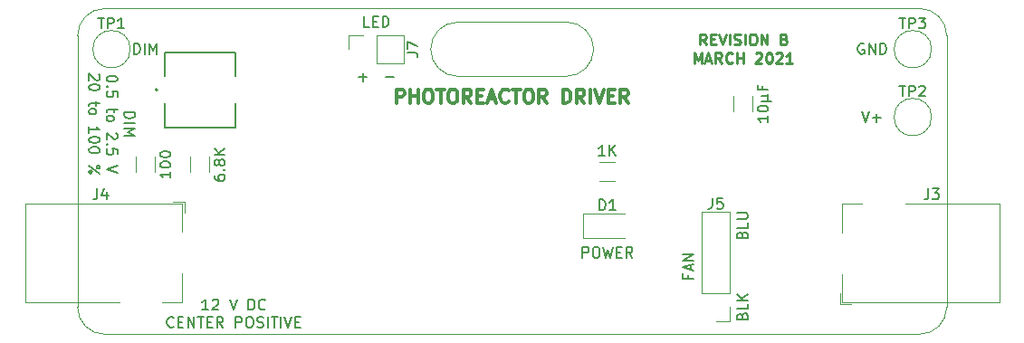
<source format=gbr>
%TF.GenerationSoftware,KiCad,Pcbnew,5.1.8+dfsg1-1+b1*%
%TF.CreationDate,2021-04-24T17:27:20-05:00*%
%TF.ProjectId,driver,64726976-6572-42e6-9b69-6361645f7063,B*%
%TF.SameCoordinates,Original*%
%TF.FileFunction,Legend,Top*%
%TF.FilePolarity,Positive*%
%FSLAX46Y46*%
G04 Gerber Fmt 4.6, Leading zero omitted, Abs format (unit mm)*
G04 Created by KiCad (PCBNEW 5.1.8+dfsg1-1+b1) date 2021-04-24 17:27:20*
%MOMM*%
%LPD*%
G01*
G04 APERTURE LIST*
%ADD10C,0.158750*%
%ADD11C,0.150000*%
%ADD12C,0.317500*%
%TA.AperFunction,Profile*%
%ADD13C,0.100000*%
%TD*%
%ADD14C,0.250000*%
%ADD15C,0.120000*%
%ADD16C,0.127000*%
%ADD17C,0.200000*%
G04 APERTURE END LIST*
D10*
X150947380Y-88772857D02*
X150947380Y-89344285D01*
X150947380Y-89058571D02*
X149947380Y-89058571D01*
X150090238Y-89153809D01*
X150185476Y-89249047D01*
X150233095Y-89344285D01*
X149947380Y-88153809D02*
X149947380Y-88058571D01*
X149995000Y-87963333D01*
X150042619Y-87915714D01*
X150137857Y-87868095D01*
X150328333Y-87820476D01*
X150566428Y-87820476D01*
X150756904Y-87868095D01*
X150852142Y-87915714D01*
X150899761Y-87963333D01*
X150947380Y-88058571D01*
X150947380Y-88153809D01*
X150899761Y-88249047D01*
X150852142Y-88296666D01*
X150756904Y-88344285D01*
X150566428Y-88391904D01*
X150328333Y-88391904D01*
X150137857Y-88344285D01*
X150042619Y-88296666D01*
X149995000Y-88249047D01*
X149947380Y-88153809D01*
X150280714Y-87391904D02*
X151280714Y-87391904D01*
X150804523Y-86915714D02*
X150899761Y-86868095D01*
X150947380Y-86772857D01*
X150804523Y-87391904D02*
X150899761Y-87344285D01*
X150947380Y-87249047D01*
X150947380Y-87058571D01*
X150899761Y-86963333D01*
X150804523Y-86915714D01*
X150280714Y-86915714D01*
X150423571Y-86010952D02*
X150423571Y-86344285D01*
X150947380Y-86344285D02*
X149947380Y-86344285D01*
X149947380Y-85868095D01*
X135675714Y-92527380D02*
X135104285Y-92527380D01*
X135390000Y-92527380D02*
X135390000Y-91527380D01*
X135294761Y-91670238D01*
X135199523Y-91765476D01*
X135104285Y-91813095D01*
X136104285Y-92527380D02*
X136104285Y-91527380D01*
X136675714Y-92527380D02*
X136247142Y-91955952D01*
X136675714Y-91527380D02*
X136104285Y-92098809D01*
X99147380Y-94368809D02*
X99147380Y-94559285D01*
X99195000Y-94654523D01*
X99242619Y-94702142D01*
X99385476Y-94797380D01*
X99575952Y-94845000D01*
X99956904Y-94845000D01*
X100052142Y-94797380D01*
X100099761Y-94749761D01*
X100147380Y-94654523D01*
X100147380Y-94464047D01*
X100099761Y-94368809D01*
X100052142Y-94321190D01*
X99956904Y-94273571D01*
X99718809Y-94273571D01*
X99623571Y-94321190D01*
X99575952Y-94368809D01*
X99528333Y-94464047D01*
X99528333Y-94654523D01*
X99575952Y-94749761D01*
X99623571Y-94797380D01*
X99718809Y-94845000D01*
X100052142Y-93845000D02*
X100099761Y-93797380D01*
X100147380Y-93845000D01*
X100099761Y-93892619D01*
X100052142Y-93845000D01*
X100147380Y-93845000D01*
X99575952Y-93225952D02*
X99528333Y-93321190D01*
X99480714Y-93368809D01*
X99385476Y-93416428D01*
X99337857Y-93416428D01*
X99242619Y-93368809D01*
X99195000Y-93321190D01*
X99147380Y-93225952D01*
X99147380Y-93035476D01*
X99195000Y-92940238D01*
X99242619Y-92892619D01*
X99337857Y-92845000D01*
X99385476Y-92845000D01*
X99480714Y-92892619D01*
X99528333Y-92940238D01*
X99575952Y-93035476D01*
X99575952Y-93225952D01*
X99623571Y-93321190D01*
X99671190Y-93368809D01*
X99766428Y-93416428D01*
X99956904Y-93416428D01*
X100052142Y-93368809D01*
X100099761Y-93321190D01*
X100147380Y-93225952D01*
X100147380Y-93035476D01*
X100099761Y-92940238D01*
X100052142Y-92892619D01*
X99956904Y-92845000D01*
X99766428Y-92845000D01*
X99671190Y-92892619D01*
X99623571Y-92940238D01*
X99575952Y-93035476D01*
X100147380Y-92416428D02*
X99147380Y-92416428D01*
X100147380Y-91845000D02*
X99575952Y-92273571D01*
X99147380Y-91845000D02*
X99718809Y-92416428D01*
X95067380Y-94011666D02*
X95067380Y-94583095D01*
X95067380Y-94297380D02*
X94067380Y-94297380D01*
X94210238Y-94392619D01*
X94305476Y-94487857D01*
X94353095Y-94583095D01*
X94067380Y-93392619D02*
X94067380Y-93297380D01*
X94115000Y-93202142D01*
X94162619Y-93154523D01*
X94257857Y-93106904D01*
X94448333Y-93059285D01*
X94686428Y-93059285D01*
X94876904Y-93106904D01*
X94972142Y-93154523D01*
X95019761Y-93202142D01*
X95067380Y-93297380D01*
X95067380Y-93392619D01*
X95019761Y-93487857D01*
X94972142Y-93535476D01*
X94876904Y-93583095D01*
X94686428Y-93630714D01*
X94448333Y-93630714D01*
X94257857Y-93583095D01*
X94162619Y-93535476D01*
X94115000Y-93487857D01*
X94067380Y-93392619D01*
X94067380Y-92440238D02*
X94067380Y-92345000D01*
X94115000Y-92249761D01*
X94162619Y-92202142D01*
X94257857Y-92154523D01*
X94448333Y-92106904D01*
X94686428Y-92106904D01*
X94876904Y-92154523D01*
X94972142Y-92202142D01*
X95019761Y-92249761D01*
X95067380Y-92345000D01*
X95067380Y-92440238D01*
X95019761Y-92535476D01*
X94972142Y-92583095D01*
X94876904Y-92630714D01*
X94686428Y-92678333D01*
X94448333Y-92678333D01*
X94257857Y-92630714D01*
X94162619Y-92583095D01*
X94115000Y-92535476D01*
X94067380Y-92440238D01*
D11*
X148518571Y-99917142D02*
X148566190Y-99774285D01*
X148613809Y-99726666D01*
X148709047Y-99679047D01*
X148851904Y-99679047D01*
X148947142Y-99726666D01*
X148994761Y-99774285D01*
X149042380Y-99869523D01*
X149042380Y-100250476D01*
X148042380Y-100250476D01*
X148042380Y-99917142D01*
X148090000Y-99821904D01*
X148137619Y-99774285D01*
X148232857Y-99726666D01*
X148328095Y-99726666D01*
X148423333Y-99774285D01*
X148470952Y-99821904D01*
X148518571Y-99917142D01*
X148518571Y-100250476D01*
X149042380Y-98774285D02*
X149042380Y-99250476D01*
X148042380Y-99250476D01*
X148042380Y-98440952D02*
X148851904Y-98440952D01*
X148947142Y-98393333D01*
X148994761Y-98345714D01*
X149042380Y-98250476D01*
X149042380Y-98060000D01*
X148994761Y-97964761D01*
X148947142Y-97917142D01*
X148851904Y-97869523D01*
X148042380Y-97869523D01*
X90732619Y-88463571D02*
X91732619Y-88463571D01*
X91732619Y-88701666D01*
X91685000Y-88844523D01*
X91589761Y-88939761D01*
X91494523Y-88987380D01*
X91304047Y-89035000D01*
X91161190Y-89035000D01*
X90970714Y-88987380D01*
X90875476Y-88939761D01*
X90780238Y-88844523D01*
X90732619Y-88701666D01*
X90732619Y-88463571D01*
X90732619Y-89463571D02*
X91732619Y-89463571D01*
X90732619Y-89939761D02*
X91732619Y-89939761D01*
X91018333Y-90273095D01*
X91732619Y-90606428D01*
X90732619Y-90606428D01*
X90082619Y-85273095D02*
X90082619Y-85368333D01*
X90035000Y-85463571D01*
X89987380Y-85511190D01*
X89892142Y-85558809D01*
X89701666Y-85606428D01*
X89463571Y-85606428D01*
X89273095Y-85558809D01*
X89177857Y-85511190D01*
X89130238Y-85463571D01*
X89082619Y-85368333D01*
X89082619Y-85273095D01*
X89130238Y-85177857D01*
X89177857Y-85130238D01*
X89273095Y-85082619D01*
X89463571Y-85035000D01*
X89701666Y-85035000D01*
X89892142Y-85082619D01*
X89987380Y-85130238D01*
X90035000Y-85177857D01*
X90082619Y-85273095D01*
X89177857Y-86035000D02*
X89130238Y-86082619D01*
X89082619Y-86035000D01*
X89130238Y-85987380D01*
X89177857Y-86035000D01*
X89082619Y-86035000D01*
X90082619Y-86987380D02*
X90082619Y-86511190D01*
X89606428Y-86463571D01*
X89654047Y-86511190D01*
X89701666Y-86606428D01*
X89701666Y-86844523D01*
X89654047Y-86939761D01*
X89606428Y-86987380D01*
X89511190Y-87035000D01*
X89273095Y-87035000D01*
X89177857Y-86987380D01*
X89130238Y-86939761D01*
X89082619Y-86844523D01*
X89082619Y-86606428D01*
X89130238Y-86511190D01*
X89177857Y-86463571D01*
X89749285Y-88082619D02*
X89749285Y-88463571D01*
X90082619Y-88225476D02*
X89225476Y-88225476D01*
X89130238Y-88273095D01*
X89082619Y-88368333D01*
X89082619Y-88463571D01*
X89082619Y-88939761D02*
X89130238Y-88844523D01*
X89177857Y-88796904D01*
X89273095Y-88749285D01*
X89558809Y-88749285D01*
X89654047Y-88796904D01*
X89701666Y-88844523D01*
X89749285Y-88939761D01*
X89749285Y-89082619D01*
X89701666Y-89177857D01*
X89654047Y-89225476D01*
X89558809Y-89273095D01*
X89273095Y-89273095D01*
X89177857Y-89225476D01*
X89130238Y-89177857D01*
X89082619Y-89082619D01*
X89082619Y-88939761D01*
X89987380Y-90415952D02*
X90035000Y-90463571D01*
X90082619Y-90558809D01*
X90082619Y-90796904D01*
X90035000Y-90892142D01*
X89987380Y-90939761D01*
X89892142Y-90987380D01*
X89796904Y-90987380D01*
X89654047Y-90939761D01*
X89082619Y-90368333D01*
X89082619Y-90987380D01*
X89177857Y-91415952D02*
X89130238Y-91463571D01*
X89082619Y-91415952D01*
X89130238Y-91368333D01*
X89177857Y-91415952D01*
X89082619Y-91415952D01*
X90082619Y-92368333D02*
X90082619Y-91892142D01*
X89606428Y-91844523D01*
X89654047Y-91892142D01*
X89701666Y-91987380D01*
X89701666Y-92225476D01*
X89654047Y-92320714D01*
X89606428Y-92368333D01*
X89511190Y-92415952D01*
X89273095Y-92415952D01*
X89177857Y-92368333D01*
X89130238Y-92320714D01*
X89082619Y-92225476D01*
X89082619Y-91987380D01*
X89130238Y-91892142D01*
X89177857Y-91844523D01*
X90082619Y-93463571D02*
X89082619Y-93796904D01*
X90082619Y-94130238D01*
X88337380Y-84892142D02*
X88385000Y-84939761D01*
X88432619Y-85035000D01*
X88432619Y-85273095D01*
X88385000Y-85368333D01*
X88337380Y-85415952D01*
X88242142Y-85463571D01*
X88146904Y-85463571D01*
X88004047Y-85415952D01*
X87432619Y-84844523D01*
X87432619Y-85463571D01*
X88432619Y-86082619D02*
X88432619Y-86177857D01*
X88385000Y-86273095D01*
X88337380Y-86320714D01*
X88242142Y-86368333D01*
X88051666Y-86415952D01*
X87813571Y-86415952D01*
X87623095Y-86368333D01*
X87527857Y-86320714D01*
X87480238Y-86273095D01*
X87432619Y-86177857D01*
X87432619Y-86082619D01*
X87480238Y-85987380D01*
X87527857Y-85939761D01*
X87623095Y-85892142D01*
X87813571Y-85844523D01*
X88051666Y-85844523D01*
X88242142Y-85892142D01*
X88337380Y-85939761D01*
X88385000Y-85987380D01*
X88432619Y-86082619D01*
X88099285Y-87463571D02*
X88099285Y-87844523D01*
X88432619Y-87606428D02*
X87575476Y-87606428D01*
X87480238Y-87654047D01*
X87432619Y-87749285D01*
X87432619Y-87844523D01*
X87432619Y-88320714D02*
X87480238Y-88225476D01*
X87527857Y-88177857D01*
X87623095Y-88130238D01*
X87908809Y-88130238D01*
X88004047Y-88177857D01*
X88051666Y-88225476D01*
X88099285Y-88320714D01*
X88099285Y-88463571D01*
X88051666Y-88558809D01*
X88004047Y-88606428D01*
X87908809Y-88654047D01*
X87623095Y-88654047D01*
X87527857Y-88606428D01*
X87480238Y-88558809D01*
X87432619Y-88463571D01*
X87432619Y-88320714D01*
X87432619Y-90368333D02*
X87432619Y-89796904D01*
X87432619Y-90082619D02*
X88432619Y-90082619D01*
X88289761Y-89987380D01*
X88194523Y-89892142D01*
X88146904Y-89796904D01*
X88432619Y-90987380D02*
X88432619Y-91082619D01*
X88385000Y-91177857D01*
X88337380Y-91225476D01*
X88242142Y-91273095D01*
X88051666Y-91320714D01*
X87813571Y-91320714D01*
X87623095Y-91273095D01*
X87527857Y-91225476D01*
X87480238Y-91177857D01*
X87432619Y-91082619D01*
X87432619Y-90987380D01*
X87480238Y-90892142D01*
X87527857Y-90844523D01*
X87623095Y-90796904D01*
X87813571Y-90749285D01*
X88051666Y-90749285D01*
X88242142Y-90796904D01*
X88337380Y-90844523D01*
X88385000Y-90892142D01*
X88432619Y-90987380D01*
X88432619Y-91939761D02*
X88432619Y-92035000D01*
X88385000Y-92130238D01*
X88337380Y-92177857D01*
X88242142Y-92225476D01*
X88051666Y-92273095D01*
X87813571Y-92273095D01*
X87623095Y-92225476D01*
X87527857Y-92177857D01*
X87480238Y-92130238D01*
X87432619Y-92035000D01*
X87432619Y-91939761D01*
X87480238Y-91844523D01*
X87527857Y-91796904D01*
X87623095Y-91749285D01*
X87813571Y-91701666D01*
X88051666Y-91701666D01*
X88242142Y-91749285D01*
X88337380Y-91796904D01*
X88385000Y-91844523D01*
X88432619Y-91939761D01*
X87432619Y-93415952D02*
X88432619Y-94177857D01*
X88432619Y-93558809D02*
X88385000Y-93654047D01*
X88289761Y-93701666D01*
X88194523Y-93654047D01*
X88146904Y-93558809D01*
X88194523Y-93463571D01*
X88289761Y-93415952D01*
X88385000Y-93463571D01*
X88432619Y-93558809D01*
X87480238Y-94130238D02*
X87575476Y-94177857D01*
X87670714Y-94130238D01*
X87718333Y-94035000D01*
X87670714Y-93939761D01*
X87575476Y-93892142D01*
X87480238Y-93939761D01*
X87432619Y-94035000D01*
X87480238Y-94130238D01*
X91638571Y-83002380D02*
X91638571Y-82002380D01*
X91876666Y-82002380D01*
X92019523Y-82050000D01*
X92114761Y-82145238D01*
X92162380Y-82240476D01*
X92210000Y-82430952D01*
X92210000Y-82573809D01*
X92162380Y-82764285D01*
X92114761Y-82859523D01*
X92019523Y-82954761D01*
X91876666Y-83002380D01*
X91638571Y-83002380D01*
X92638571Y-83002380D02*
X92638571Y-82002380D01*
X93114761Y-83002380D02*
X93114761Y-82002380D01*
X93448095Y-82716666D01*
X93781428Y-82002380D01*
X93781428Y-83002380D01*
X159702619Y-88352380D02*
X160035952Y-89352380D01*
X160369285Y-88352380D01*
X160702619Y-88971428D02*
X161464523Y-88971428D01*
X161083571Y-89352380D02*
X161083571Y-88590476D01*
X159893095Y-82050000D02*
X159797857Y-82002380D01*
X159655000Y-82002380D01*
X159512142Y-82050000D01*
X159416904Y-82145238D01*
X159369285Y-82240476D01*
X159321666Y-82430952D01*
X159321666Y-82573809D01*
X159369285Y-82764285D01*
X159416904Y-82859523D01*
X159512142Y-82954761D01*
X159655000Y-83002380D01*
X159750238Y-83002380D01*
X159893095Y-82954761D01*
X159940714Y-82907142D01*
X159940714Y-82573809D01*
X159750238Y-82573809D01*
X160369285Y-83002380D02*
X160369285Y-82002380D01*
X160940714Y-83002380D01*
X160940714Y-82002380D01*
X161416904Y-83002380D02*
X161416904Y-82002380D01*
X161655000Y-82002380D01*
X161797857Y-82050000D01*
X161893095Y-82145238D01*
X161940714Y-82240476D01*
X161988333Y-82430952D01*
X161988333Y-82573809D01*
X161940714Y-82764285D01*
X161893095Y-82859523D01*
X161797857Y-82954761D01*
X161655000Y-83002380D01*
X161416904Y-83002380D01*
X143438571Y-103679523D02*
X143438571Y-104012857D01*
X143962380Y-104012857D02*
X142962380Y-104012857D01*
X142962380Y-103536666D01*
X143676666Y-103203333D02*
X143676666Y-102727142D01*
X143962380Y-103298571D02*
X142962380Y-102965238D01*
X143962380Y-102631904D01*
X143962380Y-102298571D02*
X142962380Y-102298571D01*
X143962380Y-101727142D01*
X142962380Y-101727142D01*
X148518571Y-107513333D02*
X148566190Y-107370476D01*
X148613809Y-107322857D01*
X148709047Y-107275238D01*
X148851904Y-107275238D01*
X148947142Y-107322857D01*
X148994761Y-107370476D01*
X149042380Y-107465714D01*
X149042380Y-107846666D01*
X148042380Y-107846666D01*
X148042380Y-107513333D01*
X148090000Y-107418095D01*
X148137619Y-107370476D01*
X148232857Y-107322857D01*
X148328095Y-107322857D01*
X148423333Y-107370476D01*
X148470952Y-107418095D01*
X148518571Y-107513333D01*
X148518571Y-107846666D01*
X149042380Y-106370476D02*
X149042380Y-106846666D01*
X148042380Y-106846666D01*
X149042380Y-106037142D02*
X148042380Y-106037142D01*
X149042380Y-105465714D02*
X148470952Y-105894285D01*
X148042380Y-105465714D02*
X148613809Y-106037142D01*
X112649047Y-85161428D02*
X113410952Y-85161428D01*
X113030000Y-85542380D02*
X113030000Y-84780476D01*
X115189047Y-85161428D02*
X115950952Y-85161428D01*
X133580476Y-102052380D02*
X133580476Y-101052380D01*
X133961428Y-101052380D01*
X134056666Y-101100000D01*
X134104285Y-101147619D01*
X134151904Y-101242857D01*
X134151904Y-101385714D01*
X134104285Y-101480952D01*
X134056666Y-101528571D01*
X133961428Y-101576190D01*
X133580476Y-101576190D01*
X134770952Y-101052380D02*
X134961428Y-101052380D01*
X135056666Y-101100000D01*
X135151904Y-101195238D01*
X135199523Y-101385714D01*
X135199523Y-101719047D01*
X135151904Y-101909523D01*
X135056666Y-102004761D01*
X134961428Y-102052380D01*
X134770952Y-102052380D01*
X134675714Y-102004761D01*
X134580476Y-101909523D01*
X134532857Y-101719047D01*
X134532857Y-101385714D01*
X134580476Y-101195238D01*
X134675714Y-101100000D01*
X134770952Y-101052380D01*
X135532857Y-101052380D02*
X135770952Y-102052380D01*
X135961428Y-101338095D01*
X136151904Y-102052380D01*
X136390000Y-101052380D01*
X136770952Y-101528571D02*
X137104285Y-101528571D01*
X137247142Y-102052380D02*
X136770952Y-102052380D01*
X136770952Y-101052380D01*
X137247142Y-101052380D01*
X138247142Y-102052380D02*
X137913809Y-101576190D01*
X137675714Y-102052380D02*
X137675714Y-101052380D01*
X138056666Y-101052380D01*
X138151904Y-101100000D01*
X138199523Y-101147619D01*
X138247142Y-101242857D01*
X138247142Y-101385714D01*
X138199523Y-101480952D01*
X138151904Y-101528571D01*
X138056666Y-101576190D01*
X137675714Y-101576190D01*
X98584047Y-106942380D02*
X98012619Y-106942380D01*
X98298333Y-106942380D02*
X98298333Y-105942380D01*
X98203095Y-106085238D01*
X98107857Y-106180476D01*
X98012619Y-106228095D01*
X98965000Y-106037619D02*
X99012619Y-105990000D01*
X99107857Y-105942380D01*
X99345952Y-105942380D01*
X99441190Y-105990000D01*
X99488809Y-106037619D01*
X99536428Y-106132857D01*
X99536428Y-106228095D01*
X99488809Y-106370952D01*
X98917380Y-106942380D01*
X99536428Y-106942380D01*
X100584047Y-105942380D02*
X100917380Y-106942380D01*
X101250714Y-105942380D01*
X102345952Y-106942380D02*
X102345952Y-105942380D01*
X102584047Y-105942380D01*
X102726904Y-105990000D01*
X102822142Y-106085238D01*
X102869761Y-106180476D01*
X102917380Y-106370952D01*
X102917380Y-106513809D01*
X102869761Y-106704285D01*
X102822142Y-106799523D01*
X102726904Y-106894761D01*
X102584047Y-106942380D01*
X102345952Y-106942380D01*
X103917380Y-106847142D02*
X103869761Y-106894761D01*
X103726904Y-106942380D01*
X103631666Y-106942380D01*
X103488809Y-106894761D01*
X103393571Y-106799523D01*
X103345952Y-106704285D01*
X103298333Y-106513809D01*
X103298333Y-106370952D01*
X103345952Y-106180476D01*
X103393571Y-106085238D01*
X103488809Y-105990000D01*
X103631666Y-105942380D01*
X103726904Y-105942380D01*
X103869761Y-105990000D01*
X103917380Y-106037619D01*
X95345952Y-108497142D02*
X95298333Y-108544761D01*
X95155476Y-108592380D01*
X95060238Y-108592380D01*
X94917380Y-108544761D01*
X94822142Y-108449523D01*
X94774523Y-108354285D01*
X94726904Y-108163809D01*
X94726904Y-108020952D01*
X94774523Y-107830476D01*
X94822142Y-107735238D01*
X94917380Y-107640000D01*
X95060238Y-107592380D01*
X95155476Y-107592380D01*
X95298333Y-107640000D01*
X95345952Y-107687619D01*
X95774523Y-108068571D02*
X96107857Y-108068571D01*
X96250714Y-108592380D02*
X95774523Y-108592380D01*
X95774523Y-107592380D01*
X96250714Y-107592380D01*
X96679285Y-108592380D02*
X96679285Y-107592380D01*
X97250714Y-108592380D01*
X97250714Y-107592380D01*
X97584047Y-107592380D02*
X98155476Y-107592380D01*
X97869761Y-108592380D02*
X97869761Y-107592380D01*
X98488809Y-108068571D02*
X98822142Y-108068571D01*
X98965000Y-108592380D02*
X98488809Y-108592380D01*
X98488809Y-107592380D01*
X98965000Y-107592380D01*
X99965000Y-108592380D02*
X99631666Y-108116190D01*
X99393571Y-108592380D02*
X99393571Y-107592380D01*
X99774523Y-107592380D01*
X99869761Y-107640000D01*
X99917380Y-107687619D01*
X99965000Y-107782857D01*
X99965000Y-107925714D01*
X99917380Y-108020952D01*
X99869761Y-108068571D01*
X99774523Y-108116190D01*
X99393571Y-108116190D01*
X101155476Y-108592380D02*
X101155476Y-107592380D01*
X101536428Y-107592380D01*
X101631666Y-107640000D01*
X101679285Y-107687619D01*
X101726904Y-107782857D01*
X101726904Y-107925714D01*
X101679285Y-108020952D01*
X101631666Y-108068571D01*
X101536428Y-108116190D01*
X101155476Y-108116190D01*
X102345952Y-107592380D02*
X102536428Y-107592380D01*
X102631666Y-107640000D01*
X102726904Y-107735238D01*
X102774523Y-107925714D01*
X102774523Y-108259047D01*
X102726904Y-108449523D01*
X102631666Y-108544761D01*
X102536428Y-108592380D01*
X102345952Y-108592380D01*
X102250714Y-108544761D01*
X102155476Y-108449523D01*
X102107857Y-108259047D01*
X102107857Y-107925714D01*
X102155476Y-107735238D01*
X102250714Y-107640000D01*
X102345952Y-107592380D01*
X103155476Y-108544761D02*
X103298333Y-108592380D01*
X103536428Y-108592380D01*
X103631666Y-108544761D01*
X103679285Y-108497142D01*
X103726904Y-108401904D01*
X103726904Y-108306666D01*
X103679285Y-108211428D01*
X103631666Y-108163809D01*
X103536428Y-108116190D01*
X103345952Y-108068571D01*
X103250714Y-108020952D01*
X103203095Y-107973333D01*
X103155476Y-107878095D01*
X103155476Y-107782857D01*
X103203095Y-107687619D01*
X103250714Y-107640000D01*
X103345952Y-107592380D01*
X103584047Y-107592380D01*
X103726904Y-107640000D01*
X104155476Y-108592380D02*
X104155476Y-107592380D01*
X104488809Y-107592380D02*
X105060238Y-107592380D01*
X104774523Y-108592380D02*
X104774523Y-107592380D01*
X105393571Y-108592380D02*
X105393571Y-107592380D01*
X105726904Y-107592380D02*
X106060238Y-108592380D01*
X106393571Y-107592380D01*
X106726904Y-108068571D02*
X107060238Y-108068571D01*
X107203095Y-108592380D02*
X106726904Y-108592380D01*
X106726904Y-107592380D01*
X107203095Y-107592380D01*
D12*
X116205000Y-87569523D02*
X116205000Y-86299523D01*
X116688809Y-86299523D01*
X116809761Y-86360000D01*
X116870238Y-86420476D01*
X116930714Y-86541428D01*
X116930714Y-86722857D01*
X116870238Y-86843809D01*
X116809761Y-86904285D01*
X116688809Y-86964761D01*
X116205000Y-86964761D01*
X117475000Y-87569523D02*
X117475000Y-86299523D01*
X117475000Y-86904285D02*
X118200714Y-86904285D01*
X118200714Y-87569523D02*
X118200714Y-86299523D01*
X119047380Y-86299523D02*
X119289285Y-86299523D01*
X119410238Y-86360000D01*
X119531190Y-86480952D01*
X119591666Y-86722857D01*
X119591666Y-87146190D01*
X119531190Y-87388095D01*
X119410238Y-87509047D01*
X119289285Y-87569523D01*
X119047380Y-87569523D01*
X118926428Y-87509047D01*
X118805476Y-87388095D01*
X118745000Y-87146190D01*
X118745000Y-86722857D01*
X118805476Y-86480952D01*
X118926428Y-86360000D01*
X119047380Y-86299523D01*
X119954523Y-86299523D02*
X120680238Y-86299523D01*
X120317380Y-87569523D02*
X120317380Y-86299523D01*
X121345476Y-86299523D02*
X121587380Y-86299523D01*
X121708333Y-86360000D01*
X121829285Y-86480952D01*
X121889761Y-86722857D01*
X121889761Y-87146190D01*
X121829285Y-87388095D01*
X121708333Y-87509047D01*
X121587380Y-87569523D01*
X121345476Y-87569523D01*
X121224523Y-87509047D01*
X121103571Y-87388095D01*
X121043095Y-87146190D01*
X121043095Y-86722857D01*
X121103571Y-86480952D01*
X121224523Y-86360000D01*
X121345476Y-86299523D01*
X123159761Y-87569523D02*
X122736428Y-86964761D01*
X122434047Y-87569523D02*
X122434047Y-86299523D01*
X122917857Y-86299523D01*
X123038809Y-86360000D01*
X123099285Y-86420476D01*
X123159761Y-86541428D01*
X123159761Y-86722857D01*
X123099285Y-86843809D01*
X123038809Y-86904285D01*
X122917857Y-86964761D01*
X122434047Y-86964761D01*
X123704047Y-86904285D02*
X124127380Y-86904285D01*
X124308809Y-87569523D02*
X123704047Y-87569523D01*
X123704047Y-86299523D01*
X124308809Y-86299523D01*
X124792619Y-87206666D02*
X125397380Y-87206666D01*
X124671666Y-87569523D02*
X125095000Y-86299523D01*
X125518333Y-87569523D01*
X126667380Y-87448571D02*
X126606904Y-87509047D01*
X126425476Y-87569523D01*
X126304523Y-87569523D01*
X126123095Y-87509047D01*
X126002142Y-87388095D01*
X125941666Y-87267142D01*
X125881190Y-87025238D01*
X125881190Y-86843809D01*
X125941666Y-86601904D01*
X126002142Y-86480952D01*
X126123095Y-86360000D01*
X126304523Y-86299523D01*
X126425476Y-86299523D01*
X126606904Y-86360000D01*
X126667380Y-86420476D01*
X127030238Y-86299523D02*
X127755952Y-86299523D01*
X127393095Y-87569523D02*
X127393095Y-86299523D01*
X128421190Y-86299523D02*
X128663095Y-86299523D01*
X128784047Y-86360000D01*
X128905000Y-86480952D01*
X128965476Y-86722857D01*
X128965476Y-87146190D01*
X128905000Y-87388095D01*
X128784047Y-87509047D01*
X128663095Y-87569523D01*
X128421190Y-87569523D01*
X128300238Y-87509047D01*
X128179285Y-87388095D01*
X128118809Y-87146190D01*
X128118809Y-86722857D01*
X128179285Y-86480952D01*
X128300238Y-86360000D01*
X128421190Y-86299523D01*
X130235476Y-87569523D02*
X129812142Y-86964761D01*
X129509761Y-87569523D02*
X129509761Y-86299523D01*
X129993571Y-86299523D01*
X130114523Y-86360000D01*
X130175000Y-86420476D01*
X130235476Y-86541428D01*
X130235476Y-86722857D01*
X130175000Y-86843809D01*
X130114523Y-86904285D01*
X129993571Y-86964761D01*
X129509761Y-86964761D01*
X131747380Y-87569523D02*
X131747380Y-86299523D01*
X132049761Y-86299523D01*
X132231190Y-86360000D01*
X132352142Y-86480952D01*
X132412619Y-86601904D01*
X132473095Y-86843809D01*
X132473095Y-87025238D01*
X132412619Y-87267142D01*
X132352142Y-87388095D01*
X132231190Y-87509047D01*
X132049761Y-87569523D01*
X131747380Y-87569523D01*
X133743095Y-87569523D02*
X133319761Y-86964761D01*
X133017380Y-87569523D02*
X133017380Y-86299523D01*
X133501190Y-86299523D01*
X133622142Y-86360000D01*
X133682619Y-86420476D01*
X133743095Y-86541428D01*
X133743095Y-86722857D01*
X133682619Y-86843809D01*
X133622142Y-86904285D01*
X133501190Y-86964761D01*
X133017380Y-86964761D01*
X134287380Y-87569523D02*
X134287380Y-86299523D01*
X134710714Y-86299523D02*
X135134047Y-87569523D01*
X135557380Y-86299523D01*
X135980714Y-86904285D02*
X136404047Y-86904285D01*
X136585476Y-87569523D02*
X135980714Y-87569523D01*
X135980714Y-86299523D01*
X136585476Y-86299523D01*
X137855476Y-87569523D02*
X137432142Y-86964761D01*
X137129761Y-87569523D02*
X137129761Y-86299523D01*
X137613571Y-86299523D01*
X137734523Y-86360000D01*
X137795000Y-86420476D01*
X137855476Y-86541428D01*
X137855476Y-86722857D01*
X137795000Y-86843809D01*
X137734523Y-86904285D01*
X137613571Y-86964761D01*
X137129761Y-86964761D01*
D11*
X113657142Y-80462380D02*
X113180952Y-80462380D01*
X113180952Y-79462380D01*
X113990476Y-79938571D02*
X114323809Y-79938571D01*
X114466666Y-80462380D02*
X113990476Y-80462380D01*
X113990476Y-79462380D01*
X114466666Y-79462380D01*
X114895238Y-80462380D02*
X114895238Y-79462380D01*
X115133333Y-79462380D01*
X115276190Y-79510000D01*
X115371428Y-79605238D01*
X115419047Y-79700476D01*
X115466666Y-79890952D01*
X115466666Y-80033809D01*
X115419047Y-80224285D01*
X115371428Y-80319523D01*
X115276190Y-80414761D01*
X115133333Y-80462380D01*
X114895238Y-80462380D01*
D13*
X121920000Y-85090000D02*
G75*
G02*
X119380000Y-82550000I0J2540000D01*
G01*
X165100000Y-78740000D02*
X88900000Y-78740000D01*
X119380000Y-82550000D02*
G75*
G02*
X121920000Y-80010000I2540000J0D01*
G01*
X132080000Y-80010000D02*
G75*
G02*
X134620000Y-82550000I0J-2540000D01*
G01*
X134620000Y-82550000D02*
G75*
G02*
X132080000Y-85090000I-2540000J0D01*
G01*
X132080000Y-80010000D02*
X121920000Y-80010000D01*
X132080000Y-85090000D02*
X121920000Y-85090000D01*
X165100000Y-109220000D02*
X88900000Y-109220000D01*
X86360000Y-81280000D02*
X86360000Y-106680000D01*
X167640000Y-106680000D02*
X167640000Y-81280000D01*
X86360000Y-81280000D02*
G75*
G02*
X88900000Y-78740000I2540000J0D01*
G01*
X88900000Y-109220000D02*
G75*
G02*
X86360000Y-106680000I0J2540000D01*
G01*
X167640000Y-106680000D02*
G75*
G02*
X165100000Y-109220000I-2540000J0D01*
G01*
X165100000Y-78740000D02*
G75*
G02*
X167640000Y-81280000I0J-2540000D01*
G01*
D14*
X145137619Y-82127380D02*
X144804285Y-81651190D01*
X144566190Y-82127380D02*
X144566190Y-81127380D01*
X144947142Y-81127380D01*
X145042380Y-81175000D01*
X145090000Y-81222619D01*
X145137619Y-81317857D01*
X145137619Y-81460714D01*
X145090000Y-81555952D01*
X145042380Y-81603571D01*
X144947142Y-81651190D01*
X144566190Y-81651190D01*
X145566190Y-81603571D02*
X145899523Y-81603571D01*
X146042380Y-82127380D02*
X145566190Y-82127380D01*
X145566190Y-81127380D01*
X146042380Y-81127380D01*
X146328095Y-81127380D02*
X146661428Y-82127380D01*
X146994761Y-81127380D01*
X147328095Y-82127380D02*
X147328095Y-81127380D01*
X147756666Y-82079761D02*
X147899523Y-82127380D01*
X148137619Y-82127380D01*
X148232857Y-82079761D01*
X148280476Y-82032142D01*
X148328095Y-81936904D01*
X148328095Y-81841666D01*
X148280476Y-81746428D01*
X148232857Y-81698809D01*
X148137619Y-81651190D01*
X147947142Y-81603571D01*
X147851904Y-81555952D01*
X147804285Y-81508333D01*
X147756666Y-81413095D01*
X147756666Y-81317857D01*
X147804285Y-81222619D01*
X147851904Y-81175000D01*
X147947142Y-81127380D01*
X148185238Y-81127380D01*
X148328095Y-81175000D01*
X148756666Y-82127380D02*
X148756666Y-81127380D01*
X149423333Y-81127380D02*
X149613809Y-81127380D01*
X149709047Y-81175000D01*
X149804285Y-81270238D01*
X149851904Y-81460714D01*
X149851904Y-81794047D01*
X149804285Y-81984523D01*
X149709047Y-82079761D01*
X149613809Y-82127380D01*
X149423333Y-82127380D01*
X149328095Y-82079761D01*
X149232857Y-81984523D01*
X149185238Y-81794047D01*
X149185238Y-81460714D01*
X149232857Y-81270238D01*
X149328095Y-81175000D01*
X149423333Y-81127380D01*
X150280476Y-82127380D02*
X150280476Y-81127380D01*
X150851904Y-82127380D01*
X150851904Y-81127380D01*
X152423333Y-81603571D02*
X152566190Y-81651190D01*
X152613809Y-81698809D01*
X152661428Y-81794047D01*
X152661428Y-81936904D01*
X152613809Y-82032142D01*
X152566190Y-82079761D01*
X152470952Y-82127380D01*
X152090000Y-82127380D01*
X152090000Y-81127380D01*
X152423333Y-81127380D01*
X152518571Y-81175000D01*
X152566190Y-81222619D01*
X152613809Y-81317857D01*
X152613809Y-81413095D01*
X152566190Y-81508333D01*
X152518571Y-81555952D01*
X152423333Y-81603571D01*
X152090000Y-81603571D01*
X144018571Y-83877380D02*
X144018571Y-82877380D01*
X144351904Y-83591666D01*
X144685238Y-82877380D01*
X144685238Y-83877380D01*
X145113809Y-83591666D02*
X145590000Y-83591666D01*
X145018571Y-83877380D02*
X145351904Y-82877380D01*
X145685238Y-83877380D01*
X146590000Y-83877380D02*
X146256666Y-83401190D01*
X146018571Y-83877380D02*
X146018571Y-82877380D01*
X146399523Y-82877380D01*
X146494761Y-82925000D01*
X146542380Y-82972619D01*
X146590000Y-83067857D01*
X146590000Y-83210714D01*
X146542380Y-83305952D01*
X146494761Y-83353571D01*
X146399523Y-83401190D01*
X146018571Y-83401190D01*
X147590000Y-83782142D02*
X147542380Y-83829761D01*
X147399523Y-83877380D01*
X147304285Y-83877380D01*
X147161428Y-83829761D01*
X147066190Y-83734523D01*
X147018571Y-83639285D01*
X146970952Y-83448809D01*
X146970952Y-83305952D01*
X147018571Y-83115476D01*
X147066190Y-83020238D01*
X147161428Y-82925000D01*
X147304285Y-82877380D01*
X147399523Y-82877380D01*
X147542380Y-82925000D01*
X147590000Y-82972619D01*
X148018571Y-83877380D02*
X148018571Y-82877380D01*
X148018571Y-83353571D02*
X148590000Y-83353571D01*
X148590000Y-83877380D02*
X148590000Y-82877380D01*
X149780476Y-82972619D02*
X149828095Y-82925000D01*
X149923333Y-82877380D01*
X150161428Y-82877380D01*
X150256666Y-82925000D01*
X150304285Y-82972619D01*
X150351904Y-83067857D01*
X150351904Y-83163095D01*
X150304285Y-83305952D01*
X149732857Y-83877380D01*
X150351904Y-83877380D01*
X150970952Y-82877380D02*
X151066190Y-82877380D01*
X151161428Y-82925000D01*
X151209047Y-82972619D01*
X151256666Y-83067857D01*
X151304285Y-83258333D01*
X151304285Y-83496428D01*
X151256666Y-83686904D01*
X151209047Y-83782142D01*
X151161428Y-83829761D01*
X151066190Y-83877380D01*
X150970952Y-83877380D01*
X150875714Y-83829761D01*
X150828095Y-83782142D01*
X150780476Y-83686904D01*
X150732857Y-83496428D01*
X150732857Y-83258333D01*
X150780476Y-83067857D01*
X150828095Y-82972619D01*
X150875714Y-82925000D01*
X150970952Y-82877380D01*
X151685238Y-82972619D02*
X151732857Y-82925000D01*
X151828095Y-82877380D01*
X152066190Y-82877380D01*
X152161428Y-82925000D01*
X152209047Y-82972619D01*
X152256666Y-83067857D01*
X152256666Y-83163095D01*
X152209047Y-83305952D01*
X151637619Y-83877380D01*
X152256666Y-83877380D01*
X153209047Y-83877380D02*
X152637619Y-83877380D01*
X152923333Y-83877380D02*
X152923333Y-82877380D01*
X152828095Y-83020238D01*
X152732857Y-83115476D01*
X152637619Y-83163095D01*
D15*
%TO.C,TP3*%
X166215000Y-82550000D02*
G75*
G03*
X166215000Y-82550000I-1750000J0D01*
G01*
%TO.C,TP2*%
X166215000Y-88900000D02*
G75*
G03*
X166215000Y-88900000I-1750000J0D01*
G01*
%TO.C,TP1*%
X91285000Y-82550000D02*
G75*
G03*
X91285000Y-82550000I-1750000J0D01*
G01*
%TO.C,R2*%
X93620000Y-92617936D02*
X93620000Y-94072064D01*
X91800000Y-92617936D02*
X91800000Y-94072064D01*
%TO.C,R1*%
X96880000Y-94072064D02*
X96880000Y-92617936D01*
X98700000Y-94072064D02*
X98700000Y-92617936D01*
%TO.C,C2*%
X147680000Y-86918748D02*
X147680000Y-88341252D01*
X149500000Y-86918748D02*
X149500000Y-88341252D01*
D16*
%TO.C,RV1*%
X94490000Y-89880000D02*
X94490000Y-87595000D01*
X94490000Y-85055000D02*
X94490000Y-82890000D01*
X94490000Y-82890000D02*
X101090000Y-82890000D01*
X101090000Y-82890000D02*
X101090000Y-85055000D01*
X101090000Y-87595000D02*
X101090000Y-89880000D01*
X101090000Y-89890000D02*
X94490000Y-89890000D01*
D17*
X93826000Y-86360000D02*
G75*
G03*
X93826000Y-86360000I-100000J0D01*
G01*
D15*
%TO.C,R5*%
X135162936Y-93070000D02*
X136617064Y-93070000D01*
X135162936Y-94890000D02*
X136617064Y-94890000D01*
%TO.C,D1*%
X137490000Y-97925000D02*
X133605000Y-97925000D01*
X133605000Y-97925000D02*
X133605000Y-100195000D01*
X133605000Y-100195000D02*
X137490000Y-100195000D01*
%TO.C,J4*%
X96150000Y-97000000D02*
X96150000Y-99600000D01*
X81450000Y-97000000D02*
X96150000Y-97000000D01*
X96150000Y-106200000D02*
X94250000Y-106200000D01*
X96150000Y-103500000D02*
X96150000Y-106200000D01*
X81450000Y-106200000D02*
X81450000Y-97000000D01*
X90250000Y-106200000D02*
X81450000Y-106200000D01*
X95300000Y-96800000D02*
X96350000Y-96800000D01*
X96350000Y-97850000D02*
X96350000Y-96800000D01*
%TO.C,J3*%
X157650000Y-105350000D02*
X157650000Y-106400000D01*
X158700000Y-106400000D02*
X157650000Y-106400000D01*
X163750000Y-97000000D02*
X172550000Y-97000000D01*
X172550000Y-97000000D02*
X172550000Y-106200000D01*
X157850000Y-99700000D02*
X157850000Y-97000000D01*
X157850000Y-97000000D02*
X159750000Y-97000000D01*
X172550000Y-106200000D02*
X157850000Y-106200000D01*
X157850000Y-106200000D02*
X157850000Y-103600000D01*
%TO.C,J5*%
X147380000Y-97730000D02*
X144720000Y-97730000D01*
X147380000Y-105410000D02*
X147380000Y-97730000D01*
X144720000Y-105410000D02*
X144720000Y-97730000D01*
X147380000Y-105410000D02*
X144720000Y-105410000D01*
X147380000Y-106680000D02*
X147380000Y-108010000D01*
X147380000Y-108010000D02*
X146050000Y-108010000D01*
%TO.C,J7*%
X111700000Y-82550000D02*
X111700000Y-81220000D01*
X111700000Y-81220000D02*
X113030000Y-81220000D01*
X114300000Y-81220000D02*
X116900000Y-81220000D01*
X116900000Y-83880000D02*
X116900000Y-81220000D01*
X114300000Y-83880000D02*
X116900000Y-83880000D01*
X114300000Y-83880000D02*
X114300000Y-81220000D01*
%TD*%
%TO.C,TP3*%
D11*
X163203095Y-79604380D02*
X163774523Y-79604380D01*
X163488809Y-80604380D02*
X163488809Y-79604380D01*
X164107857Y-80604380D02*
X164107857Y-79604380D01*
X164488809Y-79604380D01*
X164584047Y-79652000D01*
X164631666Y-79699619D01*
X164679285Y-79794857D01*
X164679285Y-79937714D01*
X164631666Y-80032952D01*
X164584047Y-80080571D01*
X164488809Y-80128190D01*
X164107857Y-80128190D01*
X165012619Y-79604380D02*
X165631666Y-79604380D01*
X165298333Y-79985333D01*
X165441190Y-79985333D01*
X165536428Y-80032952D01*
X165584047Y-80080571D01*
X165631666Y-80175809D01*
X165631666Y-80413904D01*
X165584047Y-80509142D01*
X165536428Y-80556761D01*
X165441190Y-80604380D01*
X165155476Y-80604380D01*
X165060238Y-80556761D01*
X165012619Y-80509142D01*
%TO.C,TP2*%
X163203095Y-85954380D02*
X163774523Y-85954380D01*
X163488809Y-86954380D02*
X163488809Y-85954380D01*
X164107857Y-86954380D02*
X164107857Y-85954380D01*
X164488809Y-85954380D01*
X164584047Y-86002000D01*
X164631666Y-86049619D01*
X164679285Y-86144857D01*
X164679285Y-86287714D01*
X164631666Y-86382952D01*
X164584047Y-86430571D01*
X164488809Y-86478190D01*
X164107857Y-86478190D01*
X165060238Y-86049619D02*
X165107857Y-86002000D01*
X165203095Y-85954380D01*
X165441190Y-85954380D01*
X165536428Y-86002000D01*
X165584047Y-86049619D01*
X165631666Y-86144857D01*
X165631666Y-86240095D01*
X165584047Y-86382952D01*
X165012619Y-86954380D01*
X165631666Y-86954380D01*
%TO.C,TP1*%
X88273095Y-79604380D02*
X88844523Y-79604380D01*
X88558809Y-80604380D02*
X88558809Y-79604380D01*
X89177857Y-80604380D02*
X89177857Y-79604380D01*
X89558809Y-79604380D01*
X89654047Y-79652000D01*
X89701666Y-79699619D01*
X89749285Y-79794857D01*
X89749285Y-79937714D01*
X89701666Y-80032952D01*
X89654047Y-80080571D01*
X89558809Y-80128190D01*
X89177857Y-80128190D01*
X90701666Y-80604380D02*
X90130238Y-80604380D01*
X90415952Y-80604380D02*
X90415952Y-79604380D01*
X90320714Y-79747238D01*
X90225476Y-79842476D01*
X90130238Y-79890095D01*
%TO.C,D1*%
X135151904Y-97607380D02*
X135151904Y-96607380D01*
X135390000Y-96607380D01*
X135532857Y-96655000D01*
X135628095Y-96750238D01*
X135675714Y-96845476D01*
X135723333Y-97035952D01*
X135723333Y-97178809D01*
X135675714Y-97369285D01*
X135628095Y-97464523D01*
X135532857Y-97559761D01*
X135390000Y-97607380D01*
X135151904Y-97607380D01*
X136675714Y-97607380D02*
X136104285Y-97607380D01*
X136390000Y-97607380D02*
X136390000Y-96607380D01*
X136294761Y-96750238D01*
X136199523Y-96845476D01*
X136104285Y-96893095D01*
%TO.C,J4*%
X88185666Y-95591380D02*
X88185666Y-96305666D01*
X88138047Y-96448523D01*
X88042809Y-96543761D01*
X87899952Y-96591380D01*
X87804714Y-96591380D01*
X89090428Y-95924714D02*
X89090428Y-96591380D01*
X88852333Y-95543761D02*
X88614238Y-96258047D01*
X89233285Y-96258047D01*
%TO.C,J3*%
X165909666Y-95590380D02*
X165909666Y-96304666D01*
X165862047Y-96447523D01*
X165766809Y-96542761D01*
X165623952Y-96590380D01*
X165528714Y-96590380D01*
X166290619Y-95590380D02*
X166909666Y-95590380D01*
X166576333Y-95971333D01*
X166719190Y-95971333D01*
X166814428Y-96018952D01*
X166862047Y-96066571D01*
X166909666Y-96161809D01*
X166909666Y-96399904D01*
X166862047Y-96495142D01*
X166814428Y-96542761D01*
X166719190Y-96590380D01*
X166433476Y-96590380D01*
X166338238Y-96542761D01*
X166290619Y-96495142D01*
%TO.C,J5*%
X145716666Y-96480380D02*
X145716666Y-97194666D01*
X145669047Y-97337523D01*
X145573809Y-97432761D01*
X145430952Y-97480380D01*
X145335714Y-97480380D01*
X146669047Y-96480380D02*
X146192857Y-96480380D01*
X146145238Y-96956571D01*
X146192857Y-96908952D01*
X146288095Y-96861333D01*
X146526190Y-96861333D01*
X146621428Y-96908952D01*
X146669047Y-96956571D01*
X146716666Y-97051809D01*
X146716666Y-97289904D01*
X146669047Y-97385142D01*
X146621428Y-97432761D01*
X146526190Y-97480380D01*
X146288095Y-97480380D01*
X146192857Y-97432761D01*
X146145238Y-97385142D01*
%TO.C,J7*%
X117181380Y-82883333D02*
X117895666Y-82883333D01*
X118038523Y-82930952D01*
X118133761Y-83026190D01*
X118181380Y-83169047D01*
X118181380Y-83264285D01*
X117181380Y-82502380D02*
X117181380Y-81835714D01*
X118181380Y-82264285D01*
%TD*%
M02*

</source>
